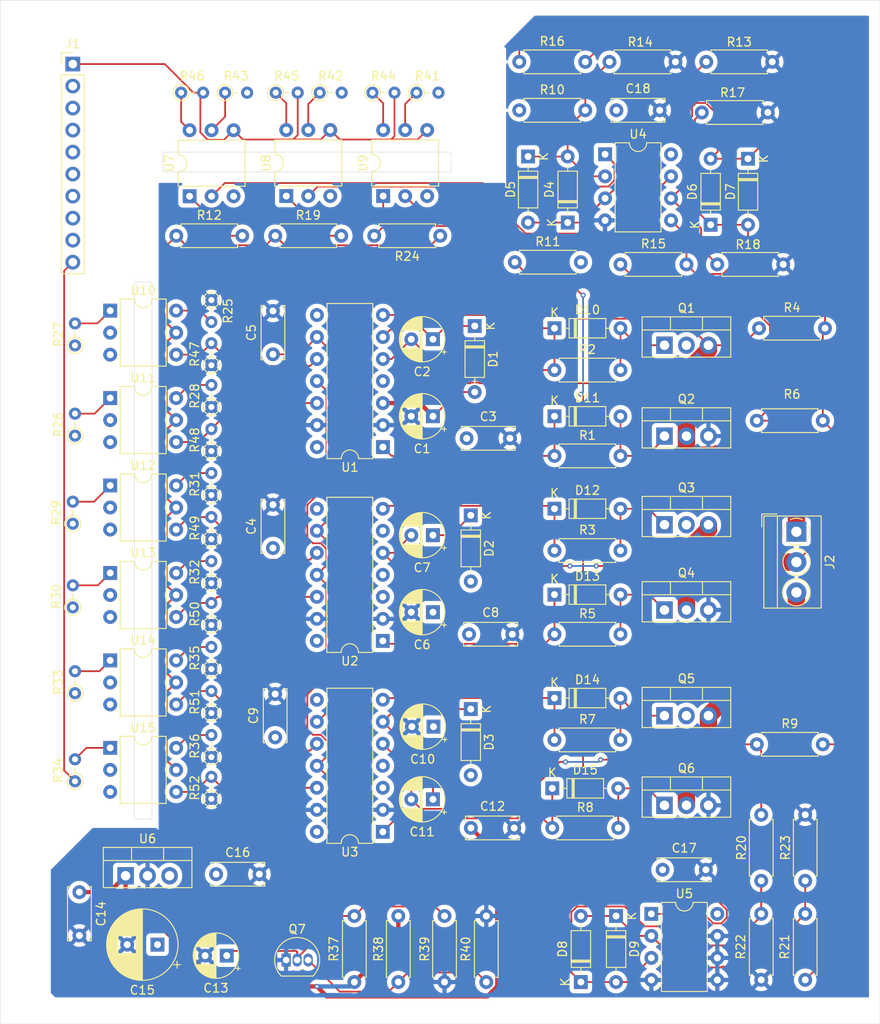
<source format=kicad_pcb>
(kicad_pcb (version 20240108) (generator "pcbnew") (generator_version "8.0")
  (layers (0 "F.Cu" signal) (1 "In1.Cu" power) (2 "In2.Cu" power) (31 "B.Cu" signal) (34 "B.Paste" user) (35 "F.Paste" user) (36 "B.SilkS" user "B.Silkscreen") (37 "F.SilkS" user "F.Silkscreen") (38 "B.Mask" user) (39 "F.Mask" user) (44 "Edge.Cuts" user))
  (net 0 "")
  (net 1 "+12V")
  (net 2 "Net-(D1-K)")
  (net 3 "Net-(D2-K)")
  (net 4 "Net-(D3-K)")
  (net 5 "Net-(D4-K)")
  (net 6 "Net-(D4-A)")
  (net 7 "Net-(D6-K)")
  (net 8 "Net-(D6-A)")
  (net 9 "Net-(D8-K)")
  (net 10 "Net-(D8-A)")
  (net 11 "Net-(D10-A)")
  (net 12 "Net-(D10-K)")
  (net 13 "Net-(D11-K)")
  (net 14 "Net-(D11-A)")
  (net 15 "Net-(D12-K)")
  (net 16 "Net-(D12-A)")
  (net 17 "Net-(D13-A)")
  (net 18 "Net-(D13-K)")
  (net 19 "Net-(D14-A)")
  (net 20 "Net-(D14-K)")
  (net 21 "Net-(D15-K)")
  (net 22 "Net-(D15-A)")
  (net 23 "U")
  (net 24 "GND")
  (net 25 "V")
  (net 26 "W")
  (net 27 "Net-(Q7-B)")
  (net 28 "Net-(R10-Pad1)")
  (net 29 "+5V")
  (net 30 "Net-(R12-Pad2)")
  (net 31 "Net-(R19-Pad2)")
  (net 32 "Net-(R24-Pad2)")
  (net 33 "Net-(R25-Pad2)")
  (net 34 "Net-(R26-Pad2)")
  (net 35 "U_LO")
  (net 36 "Net-(R27-Pad2)")
  (net 37 "U_HI")
  (net 38 "Net-(R28-Pad2)")
  (net 39 "V_HI")
  (net 40 "Net-(R29-Pad2)")
  (net 41 "V_LO")
  (net 42 "Net-(R30-Pad2)")
  (net 43 "Net-(R31-Pad2)")
  (net 44 "Net-(R32-Pad2)")
  (net 45 "Net-(R33-Pad2)")
  (net 46 "W_HI")
  (net 47 "W_LO")
  (net 48 "Net-(R34-Pad2)")
  (net 49 "Net-(R35-Pad2)")
  (net 50 "Net-(R36-Pad2)")
  (net 51 "Net-(R41-Pad1)")
  (net 52 "W_SENSE")
  (net 53 "Net-(R42-Pad1)")
  (net 54 "V_SENSE")
  (net 55 "Net-(R43-Pad1)")
  (net 56 "U_SENSE")
  (net 57 "Net-(R44-Pad1)")
  (net 58 "GND_EXT")
  (net 59 "Net-(R45-Pad1)")
  (net 60 "Net-(R46-Pad1)")
  (net 63 "Net-(U1-HIN)")
  (net 64 "Net-(U1-LIN)")
  (net 67 "Net-(U2-HIN)")
  (net 68 "Net-(U2-LIN)")
  (net 73 "Net-(U3-HIN)")
  (net 74 "Net-(U3-LIN)")
  (net 76 "Net-(U4-Pad7)")
  (net 77 "Net-(U4-Pad1)")
  (net 78 "Net-(U5-Pad1)")
  (net 88 "Net-(Q7-C)")
  (footprint "Resistor_THT:R_Axial_DIN0207_L6.3mm_D2.5mm_P7.62mm_Horizontal" (layer "F.Cu") (at 46.243 52.578)
    (property "Reference" "R12")
    (property "Value" "1k")
  )
  (footprint "Package_DIP:DIP-6_W7.62mm" (layer "F.Cu") (at 47.777 48.021 90)
    (property "Reference" "U7")
    (property "Value" "4N35")
  )
  (footprint "Resistor_THT:R_Axial_DIN0207_L6.3mm_D2.5mm_P7.62mm_Horizontal" (layer "F.Cu") (at 71.882 131.064 -90)
    (property "Reference" "R38")
    (property "Value" "10k")
  )
  (footprint "Diode_THT:D_DO-35_SOD27_P7.62mm_Horizontal" (layer "F.Cu") (at 89.916 105.918)
    (property "Reference" "D14")
    (property "Value" "1N4148")
  )
  (footprint "Resistor_THT:R_Axial_DIN0204_L3.6mm_D1.6mm_P2.54mm_Vertical" (layer "F.Cu") (at 34.29 95.454 90)
    (property "Reference" "R30")
    (property "Value" "1k")
  )
  (footprint "Package_DIP:DIP-6_W7.62mm" (layer "F.Cu") (at 38.608 71.304153)
    (property "Reference" "U11")
    (property "Value" "4N35")
  )
  (footprint "Resistor_THT:R_Axial_DIN0207_L6.3mm_D2.5mm_P7.62mm_Horizontal" (layer "F.Cu") (at 103.886 32.512 180)
    (property "Reference" "R14")
    (property "Value" "100k")
  )
  (footprint "Resistor_THT:R_Axial_DIN0207_L6.3mm_D2.5mm_P7.62mm_Horizontal" (layer "F.Cu") (at 89.916 68.072)
    (property "Reference" "R2")
    (property "Value" "10")
  )
  (footprint "Capacitor_THT:CP_Radial_D8.0mm_P3.50mm" (layer "F.Cu") (at 44.070651 134.366 180)
    (property "Reference" "C15")
    (property "Value" "100u")
  )
  (footprint "Resistor_THT:R_Axial_DIN0204_L3.6mm_D1.6mm_P2.54mm_Vertical" (layer "F.Cu") (at 50.292 107.646 90)
    (property "Reference" "R51")
    (property "Value" "1k")
  )
  (footprint "Capacitor_THT:C_Disc_D6.0mm_W2.5mm_P5.00mm" (layer "F.Cu") (at 97.068 38.1)
    (property "Reference" "C18")
    (property "Value" "100n")
  )
  (footprint "Resistor_THT:R_Axial_DIN0204_L3.6mm_D1.6mm_P2.54mm_Vertical" (layer "F.Cu") (at 50.292 72.34 90)
    (property "Reference" "R28")
    (property "Value" "1M")
  )
  (footprint "Resistor_THT:R_Axial_DIN0204_L3.6mm_D1.6mm_P2.54mm_Vertical" (layer "F.Cu") (at 34.544 115.52 90)
    (property "Reference" "R34")
    (property "Value" "1k")
  )
  (footprint "Capacitor_THT:C_Disc_D6.0mm_W2.5mm_P5.00mm" (layer "F.Cu") (at 80.264 120.904)
    (property "Reference" "C12")
    (property "Value" "100n")
  )
  (footprint "Resistor_THT:R_Axial_DIN0207_L6.3mm_D2.5mm_P7.62mm_Horizontal" (layer "F.Cu") (at 113.792 138.43 90)
    (property "Reference" "R22")
    (property "Value" "100k")
  )
  (footprint "Resistor_THT:R_Axial_DIN0204_L3.6mm_D1.6mm_P2.54mm_Vertical" (layer "F.Cu") (at 50.292 87.58 90)
    (property "Reference" "R49")
    (property "Value" "10k")
  )
  (footprint "Resistor_THT:R_Axial_DIN0207_L6.3mm_D2.5mm_P7.62mm_Horizontal" (layer "F.Cu") (at 113.538 63.246)
    (property "Reference" "R4")
    (property "Value" "10k")
  )
  (footprint "Connector_PinHeader_2.54mm:PinHeader_1x10_P2.54mm_Vertical" (layer "F.Cu") (at 34.29 32.766)
    (property "Reference" "J1")
    (property "Value" "~")
  )
  (footprint "Resistor_THT:R_Axial_DIN0204_L3.6mm_D1.6mm_P2.54mm_Vertical" (layer "F.Cu") (at 73.979 36.068)
    (property "Reference" "R41")
    (property "Value" "470")
  )
  (footprint "Resistor_THT:R_Axial_DIN0207_L6.3mm_D2.5mm_P7.62mm_Horizontal" (layer "F.Cu") (at 113.792 119.38 -90)
    (property "Reference" "R20")
    (property "Value" "100k")
  )
  (footprint "Capacitor_THT:CP_Radial_D5.0mm_P2.50mm" (layer "F.Cu") (at 75.881113 96.012 180)
    (property "Reference" "C6")
    (property "Value" "1u")
  )
  (footprint "Package_DIP:DIP-6_W7.62mm" (layer "F.Cu") (at 58.943 47.996 90)
    (property "Reference" "U8")
    (property "Value" "4N35")
  )
  (footprint "Resistor_THT:R_Axial_DIN0207_L6.3mm_D2.5mm_P7.62mm_Horizontal" (layer "F.Cu") (at 89.916 88.9)
    (property "Reference" "R3")
    (property "Value" "10")
  )
  (footprint "Resistor_THT:R_Axial_DIN0207_L6.3mm_D2.5mm_P7.62mm_Horizontal" (layer "F.Cu") (at 85.852 32.512)
    (property "Reference" "R16")
    (property "Value" "100k")
  )
  (footprint "Capacitor_THT:C_Disc_D6.0mm_W2.5mm_P5.00mm" (layer "F.Cu") (at 35.052 128.31 -90)
    (property "Reference" "C14")
    (property "Value" "100n")
  )
  (footprint "Resistor_THT:R_Axial_DIN0207_L6.3mm_D2.5mm_P7.62mm_Horizontal" (layer "F.Cu") (at 118.872 138.43 90)
    (property "Reference" "R21")
    (property "Value" "100k")
  )
  (footprint "Package_DIP:DIP-14_W7.62mm" (layer "F.Cu") (at 70.094 121.35 180)
    (property "Reference" "U3")
    (property "Value" "IR2110")
  )
  (footprint "Resistor_THT:R_Axial_DIN0204_L3.6mm_D1.6mm_P2.54mm_Vertical" (layer "F.Cu") (at 50.292 102.566 90)
    (property "Reference" "R35")
    (property "Value" "1M")
  )
  (footprint "Resistor_THT:R_Axial_DIN0207_L6.3mm_D2.5mm_P7.62mm_Horizontal" (layer "F.Cu") (at 89.916 77.978)
    (property "Reference" "R1")
    (property "Value" "10")
  )
  (footprint "Diode_THT:D_DO-35_SOD27_P7.62mm_Horizontal" (layer "F.Cu") (at 80.25 84.836 -90)
    (property "Reference" "D2")
    (property "Value" "1N4148")
  )
  (footprint "Resistor_THT:R_Axial_DIN0207_L6.3mm_D2.5mm_P7.62mm_Horizontal" (layer "F.Cu") (at 116.332 55.88 180)
    (property "Reference" "R18")
    (property "Value" "100k")
  )
  (footprint "Resistor_THT:R_Axial_DIN0204_L3.6mm_D1.6mm_P2.54mm_Vertical" (layer "F.Cu") (at 34.544 65.228 90)
    (property "Reference" "R27")
    (property "Value" "1k")
  )
  (footprint "Package_TO_SOT_THT:TO-220-3_Vertical" (layer "F.Cu") (at 102.616 118.293)
    (property "Reference" "Q6")
    (property "Value" "IRF540N")
  )
  (footprint "Diode_THT:D_DO-35_SOD27_P7.62mm_Horizontal" (layer "F.Cu") (at 80.25 107.188 -90)
    (property "Reference" "D3")
    (property "Value" "1N4148")
  )
  (footprint "Capacitor_THT:C_Disc_D6.0mm_W2.5mm_P5.00mm" (layer "F.Cu") (at 79.771113 75.946)
    (property "Reference" "C3")
    (property "Value" "100n")
  )
  (footprint "Resistor_THT:R_Axial_DIN0207_L6.3mm_D2.5mm_P7.62mm_Horizontal" (layer "F.Cu") (at 77.216 131.064 -90)
    (property "Reference" "R39")
    (property "Value" "47k")
  )
  (footprint "Resistor_THT:R_Axial_DIN0207_L6.3mm_D2.5mm_P7.62mm_Horizontal" (layer "F.Cu") (at 57.673 52.578)
    (property "Reference" "R19")
    (property "Value" "1k")
  )
  (footprint "Capacitor_THT:CP_Radial_D5.0mm_P2.50mm" (layer "F.Cu") (at 75.881113 117.602 180)
    (property "Reference" "C11")
    (property "Value" "1u")
  )
  (footprint "Resistor_THT:R_Axial_DIN0204_L3.6mm_D1.6mm_P2.54mm_Vertical" (layer "F.Cu") (at 51.881 36.068)
    (property "Reference" "R43")
    (property "Value" "470")
  )
  (footprint "Capacitor_THT:C_Disc_D6.0mm_W2.5mm_P5.00mm" (layer "F.Cu") (at 57.404 66.254 90)
    (property "Reference" "C5")
    (property "Value" "100n")
  )
  (footprint "Resistor_THT:R_Axial_DIN0204_L3.6mm_D1.6mm_P2.54mm_Vertical" (layer "F.Cu") (at 62.803 36.068)
    (property "Reference" "R42")
    (property "Value" "470")
  )
  (footprint "Resistor_THT:R_Axial_DIN0204_L3.6mm_D1.6mm_P2.54mm_Vertical" (layer "F.Cu") (at 34.29 85.802 90)
    (property "Reference" "R29")
    (property "Value" "1k")
  )
  (footprint "Resistor_THT:R_Axial_DIN0204_L3.6mm_D1.6mm_P2.54mm_Vertical" (layer "F.Cu") (at 50.292 117.552 90)
    (property "Reference" "R52")
    (property "Value" "1k")
  )
  (footprint "Diode_THT:D_DO-35_SOD27_P7.62mm_Horizontal" (layer "F.Cu") (at 92.964 138.684 90)
    (property "Reference" "D8")
    (property "Value" "1N4148")
  )
  (footprint "Resistor_THT:R_Axial_DIN0204_L3.6mm_D1.6mm_P2.54mm_Vertical" (layer "F.Cu") (at 50.292 92.66 90)
    (property "Reference" "R32")
    (property "Value" "1M")
  )
  (footprint "Resistor_THT:R_Axial_DIN0204_L3.6mm_D1.6mm_P2.54mm_Vertical" (layer "F.Cu") (at 34.544 75.642 90)
    (property "Reference" "R26")
    (property "Value" "1k")
  )
  (footprint "Resistor_THT:R_Axial_DIN0207_L6.3mm_D2.5mm_P7.62mm_Horizontal" (layer "F.Cu") (at 97.536 55.88)
    (property "Reference" "R15")
    (property "Value" "100k")
  )
  (footprint "Package_DIP:DIP-6_W7.62mm" (layer "F.Cu") (at 38.608 61.214)
    (property "Reference" "U10")
    (property "Value" "4N35")
  )
  (footprint "Capacitor_THT:CP_Radial_D5.0mm_P2.50mm" (layer "F.Cu") (at 75.881113 73.406 180)
    (property "Reference" "C1")
    (property "Value" "1u")
  )
  (footprint "Resistor_THT:R_Axial_DIN0204_L3.6mm_D1.6mm_P2.54mm_Vertical" (layer "F.Cu") (at 50.292 67.514 90)
    (property "Reference" "R47")
    (property "Value" "1k")
  )
  (footprint "Package_DIP:DIP-6_W7.62mm" (layer "F.Cu") (at 38.608 111.664765)
    (property "Reference" "U15")
    (property "Value" "4N35")
  )
  (footprint "Resistor_THT:R_Axial_DIN0207_L6.3mm_D2.5mm_P7.62mm_Horizontal" (layer "F.Cu") (at 113.284 111.252)
    (property "Reference" "R9")
    (property "Value" "10k")
  )
  (footprint "Capacitor_THT:C_Disc_D6.0mm_W2.5mm_P5.00mm" (layer "F.Cu") (at 50.84 126.238)
    (property "Reference" "C16")
    (property "Value" "100n")
  )
  (footprint "Resistor_THT:R_Axial_DIN0207_L6.3mm_D2.5mm_P7.62mm_Horizontal" (layer "F.Cu") (at 89.916 110.744)
    (property "Reference" "R7")
    (property "Value" "10")
  )
  (footprint "Resistor_THT:R_Axial_DIN0204_L3.6mm_D1.6mm_P2.54mm_Vertical" (layer "F.Cu") (at 46.801 36.068)
    (property "Reference" "R46")
    (property "Value" "1M")
  )
  (footprint "Capacitor_THT:CP_Radial_D5.0mm_P2.50mm" (layer "F.Cu") (at 75.881113 64.516 180)
    (property "Reference" "C2")
    (property "Value" "1u")
  )
  (footprint "Package_DIP:DIP-14_W7.62mm" (layer "F.Cu") (at 70.104 76.962 180)
    (property "Reference" "U1")
    (property "Value" "IR2110")
  )
  (footprint "Diode_THT:D_DO-35_SOD27_P7.62mm_Horizontal" (layer "F.Cu") (at 112.268 43.688 -90)
    (property "Reference" "D7")
    (property "Value" "1N4148")
  )
  (footprint "Capacitor_THT:C_Disc_D6.0mm_W2.5mm_P5.00mm" (layer "F.Cu") (at 57.404 88.606 90)
    (property "Reference" "C4")
    (property "Value" "100n")
  )
  (footprint "Resistor_THT:R_Axial_DIN0204_L3.6mm_D1.6mm_P2.54mm_Vertical" (layer "F.Cu") (at 50.292 97.486 90)
    (property "Reference" "R50")
    (property "Value" "1k")
  )
  (footprint "Diode_THT:D_DO-35_SOD27_P7.62mm_Horizontal" (layer "F.Cu") (at 89.916 93.98)
    (property "Reference" "D13")
    (property "Value" "1N4148")
  )
  (footprint "Capacitor_THT:CP_Radial_D5.0mm_P2.50mm" (layer "F.Cu") (at 75.946 109.22 180)
    (property "Reference" "C10")
    (property "Value" "1u")
  )
  (footprint "Resistor_THT:R_Axial_DIN0207_L6.3mm_D2.5mm_P7.62mm_Horizontal" (layer "F.Cu") (at 85.852 38.1)
    (property "Reference" "R10")
    (property "Value" "100k")
  )
  (footprint "TerminalBlock_MetzConnect:TerminalBlock_MetzConnect_Type059_RT06303HBWC_1x03_P3.50mm_Horizontal" (layer "F.Cu") (at 117.856 86.726 -90)
    (property "Reference" "J2")
    (property "Value" "Motor")
  )
  (footprint "Diode_THT:D_DO-35_SOD27_P7.62mm_Horizontal" (layer "F.Cu") (at 89.916 73.406)
    (property "Reference" "D11")
    (property "Value" "1N4148")
  )
  (footprint "Package_DIP:DIP-14_W7.62mm" (layer "F.Cu") (at 70.094 99.319 180)
    (property "Reference" "U2")
    (property "Value" "IR2110")
  )
  (footprint "Capacitor_THT:C_Disc_D6.0mm_W2.5mm_P5.00mm" (layer "F.Cu") (at 57.658 110.45 90)
    (property "Reference" "C9")
    (property "Value" "100n")
  )
  (footprint "Resistor_THT:R_Axial_DIN0207_L6.3mm_D2.5mm_P7.62mm_Horizontal" (layer "F.Cu") (at 114.554 38.354 180)
    (property "Reference" "R17")
    (property "Value" "100k")
  )
  (footprint "Resistor_THT:R_Axial_DIN0204_L3.6mm_D1.6mm_P2.54mm_Vertical" (layer "F.Cu") (at 50.292 82.5 90)
    (property "Reference" "R31")
    (property "Value" "1M")
  )
  (footprint "Resistor_THT:R_Axial_DIN0204_L3.6mm_D1.6mm_P2.54mm_Vertical" (layer "F.Cu") (at 34.544 105.36 90)
    (property "Reference" "R33")
    (property "Value" "1k")
  )
  (footprint "Resistor_THT:R_Axial_DIN0207_L6.3mm_D2.5mm_P7.62mm_Horizontal" (layer "F.Cu") (at 113.284 73.914)
    (property "Reference" "R6")
    (property "Value" "10k")
  )
  (footprint "Capacitor_THT:C_Disc_D6.0mm_W2.5mm_P5.00mm" (layer "F.Cu") (at 80.05 98.552)
    (property "Reference" "C8")
    (property "Value" "100n")
  )
  (footprint "Resistor_THT:R_Axial_DIN0204_L3.6mm_D1.6mm_P2.54mm_Vertical" (layer "F.Cu") (at 50.292 112.726 90)
    (property "Reference" "R36")
    (property "Value" "1M")
  )
  (footprint "Diode_THT:D_DO-35_SOD27_P7.62mm_Horizontal" (layer "F.Cu") (at 86.868 43.434 -90)
    (property "Reference" "D5")
    (property "Value" "1N4148")
  )
  (footprint "Capacitor_THT:CP_Radial_D5.0mm_P2.50mm" (layer "F.Cu") (at 75.881113 87.122 180)
    (property "Reference" "C7")
    (property "Value" "1u")
  )
  (footprint "Diode_THT:D_DO-35_SOD27_P7.62mm_Horizontal" (layer "F.Cu") (at 91.44 51.054 90)
    (property "Reference" "D4")
    (property "Value" "1N4148")
  )
  (footprint "Resistor_THT:R_Axial_DIN0204_L3.6mm_D1.6mm_P2.54mm_Vertical" (layer "F.Cu") (at 50.292 77.42 90)
    (property "Reference" "R48")
    (property "Value" "1k")
  )
  (footprint "Capacitor_THT:C_Disc_D6.0mm_W2.5mm_P5.00mm" (layer "F.Cu") (at 102.402 125.73)
    (property "Reference" "C17")
    (property "Value" "100n")
  )
  (footprint "Resistor_THT:R_Axial_DIN0207_L6.3mm_D2.5mm_P7.62mm_Horizontal" (layer "F.Cu") (at 89.662 120.904)
    (property "Reference" "R8")
    (property "Value" "10")
  )
  (footprint "Package_TO_SOT_THT:TO-92_Inline" (layer "F.Cu") (at 58.928 136.144)
    (property "Reference" "Q7")
    (property "Value" "2N3904")
  )
  (footprint "Package_DIP:DIP-6_W7.62mm" (layer "F.Cu") (at 38.608 101.574612)
    (property "Reference" "U14")
    (property "Value" "4N35")
  )
  (footprint "Diode_THT:D_DO-35_SOD27_P7.62mm_Horizontal" (layer "F.Cu") (at 89.916 84.074)
    (property "Reference" "D12")
    (property "Value" "1N4148")
  )
  (footprint "Package_DIP:DIP-8_W7.62mm" (layer "F.Cu") (at 95.758 43.18)
    (property "Reference" "U4")
    (property "Value" "LM393")
  )
  (footprint "Package_TO_SOT_THT:TO-220-3_Vertical" (layer "F.Cu") (at 40.386 126.421)
    (property "Reference" "U6")
    (property "Value" "LM7805_TO220")
  )
  (footprint "Resistor_THT:R_Axial_DIN0207_L6.3mm_D2.5mm_P7.62mm_Horizontal" (layer "F.Cu") (at 85.344 55.626)
    (property "Reference" "R11")
    (property "Value" "100k")
  )
  (footprint "Resistor_THT:R_Axial_DIN0207_L6.3mm_D2.5mm_P7.62mm_Horizontal" (layer "F.Cu") (at 82.042 138.684 90)
    (property "Reference" "R40")
    (property "Value" "6.8k")
  )
  (footprint "Package_TO_SOT_THT:TO-220-3_Vertical" (layer "F.Cu") (at 102.616 85.919)
    (property "Reference" "Q3")
    (property "Value" "IRF540N")
  )
  (footprint "Resistor_THT:R_Axial_DIN0207_L6.3mm_D2.5mm_P7.62mm_Horizontal" (layer "F.Cu") (at 115.062 32.512 180)
    (property "Reference" "R13")
    (property "Value" "100k")
  )
  (footprint "Package_DIP:DIP-6_W7.62mm" (layer "F.Cu") (at 70.134 47.996 90)
    (property "Reference" "U9")
    (property "Value" "4N35")
  )
  (footprint "Package_TO_SOT_THT:TO-220-3_Vertical" (layer "F.Cu") (at 102.616 95.758)
    (property "Reference" "Q4")
    (property "Value" "IRF540N")
  )
  (footprint "Diode_THT:D_DO-35_SOD27_P7.62mm_Horizontal" (layer "F.Cu") (at 107.95 51.308 90)
    (property "Reference" "D6")
    (property "Value" "1N4148")
  )
  (footprint "Resistor_THT:R_Axial_DIN0204_L3.6mm_D1.6mm_P2.54mm_Vertical" (layer "F.Cu") (at 50.292 59.994 -90)
    (property "Reference" "R25")
    (property "Value" "1M")
  )
  (footprint "Diode_THT:D_DO-35_SOD27_P7.62mm_Horizontal" (layer "F.Cu") (at 80.707113 62.992 -90)
    (property "Reference" "D1")
    (property "Value" "1N4148")
  )
  (footprint "Package_DIP:DIP-6_W7.62mm" (layer "F.Cu") (at 38.608 81.394306)
    (property "Reference" "U12")
    (property "Value" "4N35")
  )
  (footprint "Package_TO_SOT_THT:TO-220-3_Vertical" (layer "F.Cu") (at 102.616 107.95)
    (property "Reference" "Q5")
    (property "Value" "IRF540N")
  )
  (footprint "Resistor_THT:R_Axial_DIN0204_L3.6mm_D1.6mm_P2.54mm_Vertical" (layer "F.Cu") (at 68.899 36.068)
    (property "Reference" "R44")
    (property "Value" "1M")
  )
  (footprint "Package_TO_SOT_THT:TO-220-3_Vertical" (layer "F.Cu") (at 102.616 75.692)
    (property "Reference" "Q2")
    (property "Value" "IRF540N")
  )
  (footprint "Capacitor_THT:CP_Radial_D5.0mm_P2.50mm" (layer "F.Cu") (at 52.07 135.636 180)
    (property "Reference" "C13")
    (property "Value" "10u")
  )
  (footprint "Package_DIP:DIP-8_W7.62mm" (layer "F.Cu") (at 101.102 130.82)
    (property "Reference" "U5")
    (property "Value" "LM393")
  )
  (footprint "Diode_THT:D_DO-35_SOD27_P7.62mm_Horizontal" (layer "F.Cu") (at 89.662 116.332)
    (property "Reference" "D15")
    (property "Value" "1N4148")
  )
  (footprint "Diode_THT:D_DO-35_SOD27_P7.62mm_Horizontal" (layer "F.Cu") (at 97.028 131.064 -90)
    (property "Reference" "D9")
    (property "Value" "1N4148")
  )
  (footprint "Resistor_THT:R_Axial_DIN0204_L3.6mm_D1.6mm_P2.54mm_Vertical" (layer "F.Cu") (at 57.723 36.068)
    (property "Reference" "R45")
    (property "Value" "1M")
  )
  (footprint "Diode_THT:D_DO-35_SOD27_P7.62mm_Horizontal" (layer "F.Cu") (at 89.916 63.246)
    (property "Reference" "D10")
    (property "Value" "1N4148")
  )
  (footprint "Resistor_THT:R_Axial_DIN0207_L6.3mm_D2.5mm_P7.62mm_Horizontal" (layer "F.Cu") (at 118.872 119.38 -90)
    (property "Reference" "R23")
    (property "Value" "100k")
  )
  (footprint "Package_TO_SOT_THT:TO-220-3_Vertical" (layer "F.Cu") (at 102.616 65.207)
    (property "Reference" "Q1")
    (property "Value" "IRF540N")
  )
  (footprint "Resistor_THT:R_Axial_DIN0207_L6.3mm_D2.5mm_P7.62mm_Horizontal" (layer "F.Cu") (at 89.916 98.552)
    (property "Reference" "R5")
    (property "Value" "10")
  )
  (footprint "Package_DIP:DIP-6_W7.62mm" (layer "F.Cu") (at 38.608 91.484459)
    (property "Reference" "U13")
    (property "Value" "4N35")
  )
  (footprint "Resistor_THT:R_Axial_DIN0207_L6.3mm_D2.5mm_P7.62mm_Horizontal" (layer "F.Cu") (at 76.723 52.578 180)
    (property "Reference" "R24")
    (property "Value" "1k")
  )
  (footprint "Resistor_THT:R_Axial_DIN0207_L6.3mm_D2.5mm_P7.62mm_Horizontal" (layer "F.Cu") (at 66.802 138.684 90)
    (property "Reference" "R37")
    (property "Value" "330k")
  )
  (gr_rect (start 41.402 57.912) (end 43.434 119.888) (stroke (width 0.05)) (fill none) (layer "Edge.Cuts"))
  (gr_rect (start 25.908 25.4) (end 127.508 143.51) (stroke (width 0.05)) (fill none) (layer "Edge.Cuts"))
  (gr_rect (start 44.704 42.926) (end 77.978 45.212) (stroke (width 0.05)) (fill none) (layer "Edge.Cuts"))
  (segment (start 63.626 140.334) (end 82.159767 140.334) (width 0.5) (layer "F.Cu") (net 1))
  (segment (start 78.74 70.612) (end 80.707113 70.612) (width 0.2) (layer "F.Cu") (net 1))
  (segment (start 51.358233 139.192) (end 62.484 139.192) (width 0.5) (layer "F.Cu") (net 1))
  (segment (start 75.946 73.406) (end 78.74 70.612) (width 0.2) (layer "F.Cu") (net 1))
  (segment (start 62.484 139.192) (end 63.626 140.334) (width 0.5) (layer "F.Cu") (net 1))
  (segment (start 38.497 128.31) (end 40.386 126.421) (width 0.5) (layer "F.Cu") (net 1))
  (segment (start 35.052 128.31) (end 38.497 128.31) (width 0.5) (layer "F.Cu") (net 1))
  (segment (start 71.882 131.064) (end 71.882 133.604) (width 0.5) (layer "F.Cu") (net 1))
  (segment (start 70.104 71.882) (end 74.357113 71.882) (width 0.5) (layer "F.Cu") (net 1))
  (segment (start 75.881113 73.406) (end 75.946 73.406) (width 0.2) (layer "F.Cu") (net 1))
  (segment (start 83.312 123.952) (end 80.264 120.904) (width 0.5) (layer "F.Cu") (net 1))
  (segment (start 83.312 139.181767) (end 83.312 123.952) (width 0.5) (layer "F.Cu") (net 1))
  (segment (start 40.386 128.219767) (end 51.358233 139.192) (width 0.5) (layer "F.Cu") (net 1))
  (segment (start 82.159767 140.334) (end 83.312 139.181767) (width 0.5) (layer "F.Cu") (net 1))
  (segment (start 74.357113 71.882) (end 75.881113 73.406) (width 0.5) (layer "F.Cu") (net 1))
  (segment (start 40.386 126.421) (end 40.386 128.219767) (width 0.5) (layer "F.Cu") (net 1))
  (segment (start 71.882 133.604) (end 66.802 138.684) (width 0.5) (layer "F.Cu") (net 1))
  (via (at 62.484 139.192) (size 0.6) (drill 0.3) (layers "F.Cu" "B.Cu") (net 1))
  (segment (start 66.294 139.192) (end 66.802 138.684) (width 0.5) (layer "B.Cu") (net 1))
  (segment (start 62.484 139.192) (end 66.294 139.192) (width 0.5) (layer "B.Cu") (net 1))
  (segment (start 80.707113 62.992) (end 77.405113 62.992) (width 0.2) (layer "F.Cu") (net 2))
  (segment (start 77.405113 62.992) (end 75.881113 64.516) (width 0.2) (layer "F.Cu") (net 2))
  (segment (start 74.781113 63.416) (end 70.95 63.416) (width 0.2) (layer "F.Cu") (net 2))
  (segment (start 75.881113 64.516) (end 74.781113 63.416) (width 0.2) (layer "F.Cu") (net 2))
  (segment (start 70.95 63.416) (end 70.104 64.262) (width 0.2) (layer "F.Cu") (net 2))
  (segment (start 77.964 87.122) (end 80.25 84.836) (width 0.2) (layer "F.Cu") (net 3))
  (segment (start 75.881113 87.122) (end 77.964 87.122) (width 0.2) (layer "F.Cu") (net 3))
  (segment (start 75.881113 117.602) (end 75.881113 114.437113) (width 0.2) (layer "F.Cu") (net 4))
  (segment (start 70.094 108.65) (end 71.556 107.188) (width 0.2) (layer "F.Cu") (net 4))
  (segment (start 71.556 107.188) (end 80.25 107.188) (width 0.2) (layer "F.Cu") (net 4))
  (segment (start 75.881113 114.437113) (end 70.094 108.65) (width 0.2) (layer "F.Cu") (net 4))
  (segment (start 95.758 48.26) (end 105.41 38.608) (width 0.2) (layer "F.Cu") (net 5))
  (segment (start 91.44 51.054) (end 86.868 51.054) (width 0.2) (layer "F.Cu") (net 5))
  (segment (start 105.41 34.544) (end 107.442 32.512) (width 0.2) (layer "F.Cu") (net 5))
  (segment (start 91.44 51.054) (end 92.964 51.054) (width 0.2) (layer "F.Cu") (net 5))
  (segment (start 92.964 51.054) (end 95.758 48.26) (width 0.2) (layer "F.Cu") (net 5))
  (segment (start 105.41 38.608) (end 105.41 34.544) (width 0.2) (layer "F.Cu") (net 5))
  (segment (start 91.44 40.132) (end 93.472 38.1) (width 0.2) (layer "F.Cu") (net 6))
  (segment (start 86.868 43.434) (end 91.44 43.434) (width 0.2) (layer "F.Cu") (net 6))
  (segment (start 91.44 43.434) (end 91.44 40.132) (width 0.2) (layer "F.Cu") (net 6))
  (segment (start 93.472 38.1) (end 93.472 35.306) (width 0.2) (layer "F.Cu") (net 6))
  (segment (start 95.758 45.72) (end 93.726 45.72) (width 0.2) (layer "F.Cu") (net 6))
  (segment (start 93.472 35.306) (end 96.266 32.512) (width 0.2) (layer "F.Cu") (net 6))
  (segment (start 93.726 45.72) (end 91.44 43.434) (width 0.2) (layer "F.Cu") (net 6))
  (segment (start 106.134001 49.492001) (end 106.134001 39.153999) (width 0.2) (layer "F.Cu") (net 7))
  (segment (start 105.156 52.578) (end 103.378 50.8) (width 0.2) (layer "F.Cu") (net 7))
  (segment (start 112.268 54.102) (end 112.268 51.308) (width 0.2) (layer "F.Cu") (net 7))
  (segment (start 105.156 55.88) (end 105.156 52.578) (width 0.2) (layer "F.Cu") (net 7))
  (segment (start 107.95 51.308) (end 112.268 51.308) (width 0.2) (layer "F.Cu") (net 7))
  (segment (start 106.256 56.98) (end 109.39 56.98) (width 0.2) (layer "F.Cu") (net 7))
  (segment (start 109.39 56.98) (end 112.268 54.102) (width 0.2) (layer "F.Cu") (net 7))
  (segment (start 105.156 55.88) (end 106.256 56.98) (width 0.2) (layer "F.Cu") (net 7))
  (segment (start 106.134001 39.153999) (end 106.934 38.354) (width 0.2) (layer "F.Cu") (net 7))
  (segment (start 103.378 50.8) (end 103.124 50.8) (width 0.2) (layer "F.Cu") (net 7))
  (segment (start 107.95 51.308) (end 106.134001 49.492001) (width 0.2) (layer "F.Cu") (net 7))
  (segment (start 107.95 43.688) (end 108.749999 42.888001) (width 0.2) (layer "F.Cu") (net 8))
  (segment (start 116.84 30.48) (end 116.84 39.116) (width 0.2) (layer "F.Cu") (net 8))
  (segment (start 116.84 39.116) (end 112.268 43.688) (width 0.2) (layer "F.Cu") (net 8))
  (segment (start 107.389635 37.254) (end 106.256 37.254) (width 0.2) (layer "F.Cu") (net 8))
  (segment (start 105.556 46.082) (end 103.378 48.26) (width 0.2) (layer "F.Cu") (net 8))
  (segment (start 108.712 55.88) (end 106.85 54.018) (width 0.2) (layer "F.Cu") (net 8))
  (segment (start 106.85 51.732) (end 103.378 48.26) (width 0.2) (layer "F.Cu") (net 8))
  (segment (start 105.81 37.7) (end 105.81 38.773686) (width 0.2) (layer "F.Cu") (net 8))
  (segment (start 95.504 30.48) (end 116.84 30.48) (width 0.2) (layer "F.Cu") (net 8))
  (segment (start 105.556 39.027686) (end 105.556 46.082) (width 0.2) (layer "F.Cu") (net 8))
  (segment (start 106.85 54.018) (end 106.85 51.732) (width 0.2) (layer "F.Cu") (net 8))
  (segment (start 108.749999 42.888001) (end 108.749999 38.614364) (width 0.2) (layer "F.Cu") (net 8))
  (segment (start 105.81 38.773686) (end 105.556 39.027686) (width 0.2) (layer "F.Cu") (net 8))
  (segment (start 108.749999 38.614364) (end 107.389635 37.254) (width 0.2) (layer "F.Cu") (net 8))
  (segment (start 106.256 37.254) (end 105.81 37.7) (width 0.2) (layer "F.Cu") (net 8))
  (segment (start 107.95 43.688) (end 112.268 43.688) (width 0.2) (layer "F.Cu") (net 8))
  (segment (start 93.472 32.512) (end 95.504 30.48) (width 0.2) (layer "F.Cu") (net 8))
  (segment (start 98.046 129.964) (end 92.508365 129.964) (width 0.2) (layer "F.Cu") (net 9))
  (segment (start 98.318 138.684) (end 101.102 135.9) (width 0.2) (layer "F.Cu") (net 9))
  (segment (start 97.028 138.684) (end 98.318 138.684) (width 0.2) (layer "F.Cu") (net 9))
  (segment (start 107.79 134.46) (end 110.396 134.46) (width 0.2) (layer "F.Cu") (net 9))
  (segment (start 91.864 137.584) (end 92.964 138.684) (width 0.2) (layer "F.Cu") (net 9))
  (segment (start 105.59 132.26) (end 100.342 132.26) (width 0.2) (layer "F.Cu") (net 9))
  (segment (start 92.508365 129.964) (end 91.864 130.608365) (width 0.2) (layer "F.Cu") (net 9))
  (segment (start 113.792 130.81) (end 113.792 127) (width 0.2) (layer "F.Cu") (net 9))
  (segment (start 105.59 132.26) (end 107.79 134.46) (width 0.2) (layer "F.Cu") (net 9))
  (segment (start 100.342 132.26) (end 98.046 129.964) (width 0.2) (layer "F.Cu") (net 9))
  (segment (start 113.792 131.064) (end 113.792 127) (width 0.2) (layer "F.Cu") (net 9))
  (segment (start 91.864 130.608365) (end 91.864 137.584) (width 0.2) (layer "F.Cu") (net 9))
  (segment (start 110.396 134.46) (end 113.792 131.064) (width 0.2) (layer "F.Cu") (net 9))
  (segment (start 92.964 138.684) (end 97.028 138.684) (width 0.2) (layer "F.Cu") (net 9))
  (segment (start 109.177635 137) (end 104.742 137) (width 0.2) (layer "F.Cu") (net 10))
  (segment (start 118.872 127) (end 118.872 130.81) (width 0.2) (layer "F.Cu") (net 10))
  (segment (start 97.028 131.064) (end 92.964 131.064) (width 0.2) (layer "F.Cu") (net 10))
  (segment (start 109.271635 136.906) (end 109.177635 137) (width 0.2) (layer "F.Cu") (net 10))
  (segment (start 118.872 130.81) (end 112.776 136.906) (width 0.2) (layer "F.Cu") (net 10))
  (segment (start 112.776 136.906) (end 109.271635 136.906) (width 0.2) (layer "F.Cu") (net 10))
  (segment (start 104.742 137) (end 101.102 133.36) (width 0.2) (layer "F.Cu") (net 10))
  (segment (start 101.102 133.36) (end 99.324 133.36) (width 0.2) (layer "F.Cu") (net 10))
  (segment (start 99.324 133.36) (end 97.028 131.064) (width 0.2) (layer "F.Cu") (net 10))
  (segment (start 97.536 63.246) (end 97.536 68.072) (width 0.2) (layer "F.Cu") (net 11))
  (segment (start 99.497 65.207) (end 97.536 63.246) (width 0.2) (layer "F.Cu") (net 11))
  (segment (start 102.616 65.207) (end 99.497 65.207) (width 0.2) (layer "F.Cu") (net 11))
  (segment (start 87.63 67.056) (end 87.63 62.23) (width 0.2) (layer "F.Cu") (net 12))
  (segment (start 89.916 63.246) (end 88.646 63.246) (width 0.2) (layer "F.Cu") (net 12))
  (segment (start 87.63 62.23) (end 87.122 61.722) (width 0.2) (layer "F.Cu") (net 12))
  (segment (start 87.122 61.722) (end 70.104 61.722) (width 0.2) (layer "F.Cu") (net 12))
  (segment (start 89.916 68.072) (end 89.916 63.246) (width 0.2) (layer "F.Cu") (net 12))
  (segment (start 89.916 68.072) (end 88.646 68.072) (width 0.2) (layer "F.Cu") (net 12))
  (segment (start 88.646 63.246) (end 87.122 61.722) (width 0.2) (layer "F.Cu") (net 12))
  (segment (start 88.646 68.072) (end 87.63 67.056) (width 0.2) (layer "F.Cu") (net 12))
  (segment (start 71.12 77.978) (end 70.104 76.962) (width 0.2) (layer "F.Cu") (net 13))
  (segment (start 89.916 77.978) (end 71.12 77.978) (width 0.2) (layer "F.Cu") (net 13))
  (segment (start 89.916 77.978) (end 89.916 73.406) (width 0.2) (layer "F.Cu") (net 13))
  (segment (start 97.536 77.978) (end 97.536 73.406) (width 0.2) (layer "F.Cu") (net 14))
  (segment (start 100.584 77.978) (end 97.536 77.978) (width 0.2) (layer "F.Cu") (net 14))
  (segment (start 100.584 77.978) (end 102.87 75.692) (width 0.2) (layer "F.Cu") (net 14))
  (segment (start 89.578 83.736) (end 70.437 83.736) (width 0.2) (layer "F.Cu") (net 15))
  (segment (start 89.916 84.074) (end 89.578 83.736) (width 0.2) (layer "F.Cu") (net 15))
  (segment (start 89.916 88.9) (end 89.916 84.074) (width 0.2) (layer "F.Cu") (net 15))
  (segment (start 70.437 83.736) (end 70.094 84.079) (width 0.2) (layer "F.Cu") (net 15))
  (segment (start 97.536 84.074) (end 100.771 84.074) (width 0.2) (layer "F.Cu") (net 16))
  (segment (start 97.536 88.9) (end 97.536 84.074) (width 0.2) (layer "F.Cu") (net 16))
  (segment (start 100.771 84.074) (end 102.616 85.919) (width 0.2) (layer "F.Cu") (net 16))
  (segment (start 97.536 98.552) (end 97.536 93.98) (width 0.2) (layer "F.Cu") (net 17))
  (segment (start 97.536 93.98) (end 100.838 93.98) (width 0.2) (layer "F.Cu") (net 17))
  (segment (start 100.838 93.98) (end 102.616 95.758) (width 0.2) (layer "F.Cu") (net 17))
  (segment (start 89.916 98.552) (end 89.916 93.98) (width 0.2) (layer "F.Cu") (net 18))
  (segment (start 88.816 99.652) (end 70.427 99.652) (width 0.2) (layer "F.Cu") (net 18))
  (segment (start 89.916 98.552) (end 88.816 99.652) (width 0.2) (layer "F.Cu") (net 18))
  (segment (start 70.427 99.652) (end 70.094 99.319) (width 0.2) (layer "F.Cu") (net 18))
  (segment (start 97.536 110.744) (end 97.536 105.918) (width 0.2) (layer "F.Cu") (net 19))
  (segment (start 99.568 107.95) (end 97.536 105.918) (width 0.2) (layer "F.Cu") (net 19))
  (segment (start 102.616 107.95) (end 99.568 107.95) (width 0.2) (layer "F.Cu") (net 19))
  (segment (start 89.916 105.918) (end 70.286 105.918) (width 0.2) (layer "F.Cu") (net 20))
  (segment (start 89.916 110.744) (end 89.916 105.918) (width 0.2) (layer "F.Cu") (net 20))
  (segment (start 70.286 105.918) (end 70.094 106.11) (width 0.2) (layer "F.Cu") (net 20))
  (segment (start 70.094 121.35) (end 71.64 119.804) (width 0.2) (layer "F.Cu") (net 21))
  (segment (start 89.662 120.904) (end 89.662 116.332) (width 0.2) (layer "F.Cu") (net 21))
  (segment (start 71.64 119.804) (end 88.562 119.804) (width 0.2) (layer "F.Cu") (net 21))
  (segment (start 88.562 119.804) (end 89.662 120.904) (width 0.2) (layer "F.Cu") (net 21))
  (segment (start 97.282 120.904) (end 97.282 116.332) (width 0.2) (layer "F.Cu") (net 22))
  (segment (start 97.282 116.332) (end 100.655 116.332) (width 0.2) (layer "F.Cu") (net 22))
  (segment (start 100.655 116.332) (end 102.616 118.293) (width 0.2) (layer "F.Cu") (net 22))
  (segment (start 113.538 63.246) (end 111.577 65.207) (width 0.2) (layer "F.Cu") (net 23))
  (segment (start 85.344 55.626) (end 91.864 62.146) (width 0.2) (layer "F.Cu") (net 23))
  (segment (start 80.251478 69.512) (end 80.167478 69.596) (width 0.2) (layer "F.Cu") (net 23))
  (segment (start 73.381113 64.516) (end 71.095113 66.802) (width 0.2) (layer "F.Cu") (net 23))
  (segment (start 71.095113 66.802) (end 70.104 66.802) (width 0.2) (layer "F.Cu") (net 23))
  (segment (start 81.246748 69.596) (end 81.162748 69.512) (width 0.2) (layer "F.Cu") (net 23))
  (segment (start 81.162748 69.512) (end 80.251478 69.512) (width 0.2) (layer "F.Cu") (net 23))
  (segment (start 103.307 69.596) (end 81.246748 69.596) (width 0.2) (layer "F.Cu") (net 23))
  (segment (start 105.156 68.298595) (end 107.696 65.758595) (width 2) (layer "F.Cu") (net 23))
  (segment (start 111.577 65.207) (end 107.696 65.207) (width 0.2) (layer "F.Cu") (net 23))
  (segment (start 108.587595 77.892) (end 105.872 77.892) (width 2) (layer "F.Cu") (net 23))
  (segment (start 107.696 65.207) (end 103.307 69.596) (width 0.2) (layer "F.Cu") (net 23))
  (segment (start 78.461113 69.596) (end 73.381113 64.516) (width 0.2) (layer "F.Cu") (net 23))
  (segment (start 105.156 75.692) (end 105.156 68.298595) (width 2) (layer "F.Cu") (net 23))
  (segment (start 105.156 77.176) (end 105.156 74.93) (width 2) (layer "F.Cu") (net 23))
  (segment (start 91.864 62.146) (end 104.635 62.146) (width 0.2) (layer "F.Cu") (net 23))
  (segment (start 115.255522 77.724) (end 108.755595 77.724) (width 2) (layer "F.Cu") (net 23))
  (segment (start 104.635 62.146) (end 107.696 65.207) (width 0.2) (layer "F.Cu") (net 23))
  (segment (start 117.856 80.324478) (end 115.255522 77.724) (width 2) (layer "F.Cu") (net 23))
  (segment (start 107.696 65.758595) (end 107.696 65.207) (width 2) (layer "F.Cu") (net 23))
  (segment (start 105.872 77.892) (end 105.156 77.176) (width 2) (layer "F.Cu") (net 23))
  (segment (start 117.856 86.726) (end 117.856 80.324478) (width 2) (layer "F.Cu") (net 23))
  (segment (start 80.167478 69.596) (end 78.461113 69.596) (width 0.2) (layer "F.Cu") (net 23))
  (segment (start 108.755595 77.724) (end 108.587595 77.892) (width 2) (layer "F.Cu") (net 23))
  (segment (start 116.078 73.914) (end 120.504 78.34) (width 0.2) (layer "F.Cu") (net 25))
  (segment (start 94.742 90.678) (end 104.648 90.678) (width 0.2) (layer "F.Cu") (net 25))
  (segment (start 117.856 90.226) (end 106.371405 90.226) (width 2) (layer "F.Cu") (net 25))
  (segment (start 120.504 87.578) (end 117.856 90.226) (width 0.2) (layer "F.Cu") (net 25))
  (segment (start 106.371405 90.226) (end 105.156 89.010595) (width 2) (layer "F.Cu") (net 25))
  (segment (start 105.156 89.010595) (end 107.696 86.470595) (width 2) (layer "F.Cu") (net 25))
  (segment (start 114.808 62.960365) (end 114.808 72.39) (width 0.2) (layer "F.Cu") (net 25))
  (segment (start 97.536 55.88) (end 103.402 61.746) (width 0.2) (layer "F.Cu") (net 25))
  (segment (start 107.696 86.470595) (end 107.696 85.919) (width 2) (layer "F.Cu") (net 25))
  (segment (start 113.284 73.914) (end 116.078 73.914) (width 0.2) (layer "F.Cu") (net 25))
  (segment (start 71.344113 89.159) (end 73.381113 87.122) (width 0.2) (layer "F.Cu") (net 25))
  (segment (start 104.648 90.678) (end 105.156 90.17) (width 0.2) (layer "F.Cu") (net 25))
  (segment (start 114.808 72.39) (end 113.284 73.914) (width 0.2) (layer "F.Cu") (net 25))
  (segment (start 113.593635 61.746) (end 114.808 62.960365) (width 0.2) (layer "F.Cu") (net 25))
  (segment (start 120.504 78.34) (end 120.504 87.578) (width 0.2) (layer "F.Cu") (net 25))
  (segment (start 103.402 61.746) (end 113.593635 61.746) (width 0.2) (layer "F.Cu") (net 25))
  (segment (start 105.156 95.758) (end 105.156 90.17) (width 2) (layer "F.Cu") (net 25))
  (segment (start 70.094 89.159) (end 71.344113 89.159) (width 0.2) (layer "F.Cu") (net 25))
  (segment (start 70.094 89.159) (end 71.613 90.678) (width 0.2) (layer "F.Cu") (net 25))
  (segment (start 105.156 90.17) (end 105.156 89.010595) (width 2) (layer "F.Cu") (net 25))
  (segment (start 71.613 90.678) (end 91.694 90.678) (width 0.2) (layer "F.Cu") (net 25))
  (via (at 91.694 90.678) (size 0.6) (drill 0.3) (layers "F.Cu" "B.Cu") (net 25))
  (via (at 94.742 90.678) (size 0.6) (drill 0.3) (layers "F.Cu" "B.Cu") (net 25))
  (segment (start 91.694 90.678) (end 94.742 90.678) (width 0.2) (layer "B.Cu") (net 25))
  (segment (start 113.792 111.252) (end 109.474 111.252) (width 0.2) (layer "F.Cu") (net 26))
  (segment (start 73.381113 114.477113) (end 70.094 111.19) (width 0.2) (layer "F.Cu") (net 26))
  (segment (start 73.381113 117.602) (end 73.381113 114.477113) (width 0.2) (layer "F.Cu") (net 26))
  (segment (start 95.25 113.03) (end 102.616 113.03) (width 0.2) (layer "F.Cu") (net 26))
  (segment (start 90.51 113.284) (end 91.186 113.284) (width 0.2) (layer "F.Cu") (net 26))
  (segment (start 113.284 111.506) (end 113.792 112.014) (width 0.2) (layer "F.Cu") (net 26))
  (segment (start 113.792 112.014) (end 113.792 119.38) (width 0.2) (layer "F.Cu") (net 26))
  (segment (start 117.856 93.726) (end 117.856 97.79) (width 2) (layer "F.Cu") (net 26))
  (segment (start 105.156 118.293) (end 105.156 115.57) (width 2) (layer "F.Cu") (net 26))
  (segment (start 113.284 111.252) (end 113.284 111.506) (width 0.2) (layer "F.Cu") (net 26))
  (segment (start 74.481113 118.702) (end 85.092 118.702) (width 0.2) (layer "F.Cu") (net 26))
  (segment (start 85.092 118.702) (end 90.51 113.284) (width 0.2) (layer "F.Cu") (net 26))
  (segment (start 117.856 97.79) (end 107.696 107.95) (width 2) (layer "F.Cu") (net 26))
  (segment (start 107.696 113.03) (end 107.696 107.95) (width 2) (layer "F.Cu") (net 26))
  (segment (start 73.381113 117.602) (end 74.481113 118.702) (width 0.2) (layer "F.Cu") (net 26))
  (segment (start 105.156 115.57) (end 107.696 113.03) (width 2) (layer "F.Cu") (net 26))
  (segment (start 102.616 113.03) (end 105.156 115.57) (width 0.2) (layer "F.Cu") (net 26))
  (segment (start 109.474 111.252) (end 107.696 113.03) (width 0.2) (layer "F.Cu") (net 26))
  (via (at 95.25 113.03) (size 0.6) (drill 0.3) (layers "F.Cu" "B.Cu") (net 26))
  (via (at 91.186 113.284) (size 0.6) (drill 0.3) (layers "F.Cu" "B.Cu") (net 26))
  (segment (start 91.186 113.284) (end 94.996 113.284) (width 0.2) (layer "B.Cu") (net 26))
  (segment (start 94.996 113.284) (end 95.25 113.03) (width 0.2) (layer "B.Cu") (net 26))
  (segment (start 60.198 135.194) (end 60.198 136.144) (width 0.2) (layer "F.Cu") (net 27))
  (segment (start 66.802 131.064) (end 65.053 131.064) (width 0.2) (layer "F.Cu") (net 27))
  (segment (start 52.07 135.636) (end 52.612 135.094) (width 0.2) (layer "F.Cu") (net 27))
  (segment (start 67.902 129.964) (end 76.116 129.964) (width 0.2) (layer "F.Cu") (net 27))
  (segment (start 52.612 135.094) (end 60.098 135.094) (width 0.2) (layer "F.Cu") (net 27))
  (segment (start 76.116 129.964) (end 77.216 131.064) (width 0.2) (layer "F.Cu") (net 27))
  (segment (start 60.198 135.919) (end 60.198 136.144) (width 0.2) (layer "F.Cu") (net 27))
  (segment (start 66.802 131.064) (end 67.902 129.964) (width 0.2) (layer "F.Cu") (net 27))
  (segment (start 60.098 135.094) (end 60.198 135.194) (width 0.2) (layer "F.Cu") (net 27))
  (segment (start 65.053 131.064) (end 60.198 135.919) (width 0.2) (layer "F.Cu") (net 27))
  (segment (start 85.852 31.242) (end 85.852 32.512) (width 0.2) (layer "F.Cu") (net 28))
  (segment (start 120.904 63.5) (end 121.158 63.246) (width 0.2) (layer "F.Cu") (net 28))
  (segment (start 122.936 134.366) (end 122.936 109.22) (width 0.2) (layer "F.Cu") (net 28))
  (segment (start 122.936 109.22) (end 122.936 75.946) (width 0.2) (layer "F.Cu") (net 28))
  (segment (start 120.904 73.914) (end 120.904 63.5) (width 0.2) (layer "F.Cu") (net 28))
  (segment (start 118.872 138.43) (end 122.936 134.366) (width 0.2) (layer "F.Cu") (net 28))
  (segment (start 122.936 111.252) (end 122.936 109.22) (width 0.2) (layer "F.Cu") (net 28))
  (segment (start 121.158 56.388) (end 120.142 55.372) (width 0.2) (layer "F.Cu") (net 28))
  (segment (start 88.138 28.956) (end 85.852 31.242) (width 0.2) (layer "F.Cu") (net 28))
  (segment (start 121.158 63.246) (end 121.158 56.388) (width 0.2) (layer "F.Cu") (net 28))
  (segment (start 116.586 28.956) (end 88.138 28.956) (width 0.2) (layer "F.Cu") (net 28))
  (segment (start 120.142 32.512) (end 116.586 28.956) (width 0.2) (layer "F.Cu") (net 28))
  (segment (start 120.142 55.372) (end 120.142 32.512) (width 0.2) (layer "F.Cu") (net 28))
  (segment (start 122.936 75.946) (end 120.904 73.914) (width 0.2) (layer "F.Cu") (net 28))
  (segment (start 120.904 111.252) (end 122.936 111.252) (width 0.2) (layer "F.Cu") (net 28))
  (segment (start 46.228 73.844153) (end 45.128 74.944153) (width 0.2) (layer "F.Cu") (net 29))
  (segment (start 56.573 53.678) (end 57.673 52.578) (width 0.2) (layer "F.Cu") (net 29))
  (segment (start 46.228 83.934306) (end 45.128 85.034306) (width 0.2) (layer "F.Cu") (net 29))
  (segment (start 47.343 53.678) (end 56.573 53.678) (width 0.2) (layer "F.Cu") (net 29))
  (segment (start 63.984 65.762) (end 63.984 85.109) (width 0.2) (layer "F.Cu") (net 29))
  (segment (start 45.128 103.014612) (end 46.228 104.114612) (width 0.2) (layer "F.Cu") (net 29))
  (segment (start 75.623 53.678) (end 76.723 52.578) (width 0.2) (layer "F.Cu") (net 29))
  (segment (start 45.128 113.104765) (end 46.228 114.204765) (width 0.2) (layer "F.Cu") (net 29))
  (segment (start 45.128 92.924459) (end 46.228 94.024459) (width 0.2) (layer "F.Cu") (net 29))
  (segment (start 57.673 52.578) (end 58.773 53.678) (width 0.2) (layer "F.Cu") (net 29))
  (segment (start 63.984 85.109) (end 62.474 86.619) (width 0.2) (layer "F.Cu") (net 29))
  (segment (start 62.484 64.262) (end 63.984 65.762) (width 0.2) (layer "F.Cu") (net 29))
  (segment (start 45.128 105.214612) (end 45.128 113.104765) (width 0.2) (layer "F.Cu") (net 29))
  (segment (start 45.128 62.654) (end 46.228 63.754) (width 0.2) (layer "F.Cu") (net 29))
  (segment (start 46.243 52.578) (end 47.343 53.678) (width 0.2) (layer "F.Cu") (net 29))
  (segment (start 46.228 104.114612) (end 45.128 105.214612) (width 0.2) (layer "F.Cu") (net 29))
  (segment (start 45.128 85.034306) (end 45.128 92.924459) (width 0.2) (layer "F.Cu") (net 29))
  (segment (start 62.474 86.619) (end 63.974 88.119) (width 0.2) (layer "F.Cu") (net 29))
  (segment (start 60.492 66.254) (end 62.484 64.262) (width 0.2) (layer "F.Cu") (net 29))
  (segment (start 63.974 88.119) (end 63.974 107.217) (width 0.2) (layer "F.Cu") (net 29))
  (segment (start 45.128 82.834306) (end 46.228 83.934306) (width 0.2) (layer "F.Cu") (net 29))
  (segment (start 46.243 52.578) (end 45.128 53.693) (width 0.2) (layer "F.Cu") (net 29))
  (segment (start 45.128 74.944153) (end 45.128 82.834306) (width 0.2) (layer "F.Cu") (net 29))
  (segment (start 57.404 66.254) (end 60.492 66.254) (width 0.2) (layer "F.Cu") (net 29))
  (segment (start 58.773 53.678) (end 75.623 53.678) (width 0.2) (layer "F.Cu") (net 29))
  (segment (start 46.228 94.024459) (end 45.128 95.124459) (width 0.2) (layer "F.Cu") (net 29))
  (segment (start 45.128 95.124459) (end 45.128 103.014612) (width 0.2) (layer "F.Cu") (net 29))
  (segment (start 46.228 63.754) (end 45.128 64.854) (width 0.2) (layer "F.Cu") (net 29))
  (segment (start 45.128 53.693) (end 45.128 62.654) (width 0.2) (layer "F.Cu") (net 29))
  (segment (start 63.974 107.217) (end 62.474 108.717) (width 0.2) (layer "F.Cu") (net 29))
  (segment (start 45.128 72.744153) (end 46.228 73.844153) (width 0.2) (layer "F.Cu") (net 29))
  (segment (start 45.128 64.854) (end 45.128 72.744153) (width 0.2) (layer "F.Cu") (net 29))
  (segment (start 52.334 52.578) (end 53.863 52.578) (width 0.2) (layer "F.Cu") (net 30))
  (segment (start 47.777 48.021) (end 52.334 52.578) (width 0.2) (layer "F.Cu") (net 30))
  (segment (start 58.943 47.996) (end 63.525 52.578) (width 0.2) (layer "F.Cu") (net 31))
  (segment (start 63.525 52.578) (end 65.293 52.578) (width 0.2) (layer "F.Cu") (net 31))
  (segment (start 70.134 47.996) (end 70.134 51.547) (width 0.2) (layer "F.Cu") (net 32))
  (segment (start 70.134 51.547) (end 69.103 52.578) (width 0.2) (layer "F.Cu") (net 32))
  (segment (start 50.292 62.534) (end 48.972 61.214) (width 0.2) (layer "F.Cu") (net 33))
  (segment (start 48.972 61.214) (end 46.228 61.214) (width 0.2) (layer "F.Cu") (net 33))
  (segment (start 36.810153 73.102) (end 38.608 71.304153) (width 0.2) (layer "F.Cu") (net 34))
  (segment (start 34.544 73.102) (end 36.810153 73.102) (width 0.2) (layer "F.Cu") (net 34))
  (segment (start 37.134 62.688) (end 38.608 61.214) (width 0.2) (layer "F.Cu") (net 36))
  (segment (start 34.544 62.688) (end 37.134 62.688) (width 0.2) (layer "F.Cu") (net 36))
  (segment (start 50.292 69.8) (end 47.732153 69.8) (width 0.2) (layer "F.Cu") (net 38))
  (segment (start 47.732153 69.8) (end 46.228 71.304153) (width 0.2) (layer "F.Cu") (net 38))
  (segment (start 36.740306 83.262) (end 38.608 81.394306) (width 0.2) (layer "F.Cu") (net 40))
  (segment (start 34.29 83.262) (end 36.740306 83.262) (width 0.2) (layer "F.Cu") (net 40))
  (segment (start 37.178459 92.914) (end 38.608 91.484459) (width 0.2) (layer "F.Cu") (net 42))
  (segment (start 34.29 92.914) (end 37.178459 92.914) (width 0.2) (layer "F.Cu") (net 42))
  (segment (start 50.292 79.96) (end 47.662306 79.96) (width 0.2) (layer "F.Cu") (net 43))
  (segment (start 47.662306 79.96) (end 46.228 81.394306) (width 0.2) (layer "F.Cu") (net 43))
  (segment (start 47.592459 90.12) (end 46.228 91.484459) (width 0.2) (layer "F.Cu") (net 44))
  (segment (start 50.292 90.12) (end 47.592459 90.12) (width 0.2) (layer "F.Cu") (net 44))
  (segment (start 34.544 102.82) (end 37.362612 102.82) (width 0.2) (layer "F.Cu") (net 45))
  (segment (start 37.362612 102.82) (end 38.608 101.574612) (width 0.2) (layer "F.Cu") (net 45))
  (segment (start 34.544 115.52) (end 33.29 114.266) (width 0.2) (layer "F.Cu") (net 47))
  (segment (start 33.29 114.266) (end 33.29 56.626) (width 0.2) (layer "F.Cu") (net 47))
  (segment (start 33.29 56.626) (end 34.29 55.626) (width 0.2) (layer "F.Cu") (net 47))
  (segment (start 34.544 112.98) (end 35.859235 111.664765) (width 0.2) (layer "F.Cu") (net 48))
  (segment (start 35.859235 111.664765) (end 38.608 111.664765) (width 0.2) (layer "F.Cu") (net 48))
  (segment (start 47.776612 100.026) (end 46.228 101.574612) (width 0.2) (layer "F.Cu") (net 49))
  (segment (start 50.292 100.026) (end 47.776612 100.026) (width 0.2) (layer "F.Cu") (net 49))
  (segment (start 47.706765 110.186) (end 46.228 111.664765) (width 0.2) (layer "F.Cu") (net 50))
  (segment (start 50.292 110.186) (end 47.706765 110.186) (width 0.2) (layer "F.Cu") (net 50))
  (segment (start 72.674 37.373) (end 72.674 40.376) (width 0.2) (layer "F.Cu") (net 51))
  (segment (start 73.979 36.068) (end 72.674 37.373) (width 0.2) (layer "F.Cu") (net 51))
  (segment (start 62.803 36.068) (end 61.483 37.388) (width 0.2) (layer "F.Cu") (net 53))
  (segment (start 61.483 37.388) (end 61.483 40.376) (width 0.2) (layer "F.Cu") (net 53))
  (segment (start 51.881 38.837) (end 50.317 40.401) (width 0.2) (layer "F.Cu") (net 55))
  (segment (start 51.881 36.068) (end 51.881 38.837) (width 0.2) (layer "F.Cu") (net 55))
  (segment (start 68.899 36.068) (end 70.134 37.303) (width 0.2) (layer "F.Cu") (net 57))
  (segment (start 70.134 37.303) (end 70.134 40.376) (width 0.2) (layer "F.Cu") (net 57))
  (segment (start 75.214 40.376) (end 74.114 41.476) (width 0.2) (layer "F.Cu") (net 58))
  (segment (start 71.12 41.402) (end 71.439 41.083) (width 0.2) (layer "F.Cu") (net 58))
  (segment (start 49.861365 41.501) (end 49.022 40.661635) (width 0.2) (layer "F.Cu") (net 58))
  (segment (start 59.182 41.476) (end 59.738635 41.476) (width 0.2) (layer "F.Cu") (net 58))
  (segment (start 71.046 41.476) (end 71.12 41.402) (width 0.2) (layer "F.Cu") (net 58))
  (segment (start 48.215214 36.068) (end 49.341 36.068) (width 0.2) (layer "F.Cu") (net 58))
  (segment (start 52.857 40.401) (end 53.932 41.476) (width 0.2) (layer "F.Cu") (net 58))
  (segment (start 71.439 41.083) (end 71.439 36.068) (width 0.2) (layer "F.Cu") (net 58))
  (segment (start 51.757 41.501) (end 49.861365 41.501) (width 0.2) (layer "F.Cu") (net 58))
  (segment (start 52.857 40.401) (end 51.757 41.501) (width 0.2) (layer "F.Cu") (net 58))
  (segment (start 49.022 40.661635) (end 49.022 36.387) (width 0.2) (layer "F.Cu") (net 58))
  (segment (start 71.194 41.476) (end 71.12 41.402) (width 0.2) (layer "F.Cu") (net 58))
  (segment (start 74.114 41.476) (end 71.194 41.476) (width 0.2) (layer "F.Cu") (net 58))
  (segment (start 53.932 41.476) (end 59.182 41.476) (width 0.2) (layer "F.Cu") (net 58))
  (segment (start 65.123 41.476) (end 71.046 41.476) (width 0.2) (layer "F.Cu") (net 58))
  (segment (start 62.923 41.476) (end 59.182 41.476) (width 0.2) (layer "F.Cu") (net 58))
  (segment (start 44.913214 32.766) (end 48.215214 36.068) (width 0.2) (layer "F.Cu") (net 58))
  (segment (start 49.022 36.387) (end 49.341 36.068) (width 0.2) (layer "F.Cu") (net 58))
  (segment (start 64.023 40.376) (end 62.923 41.476) (width 0.2) (layer "F.Cu") (net 58))
  (segment (start 64.023 40.376) (end 65.123 41.476) (width 0.2) (layer "F.Cu") (net 58))
  (segment (start 60.263 40.951635) (end 60.263 36.068) (width 0.2) (layer "F.Cu") (net 58))
  (segment (start 59.738635 41.476) (end 60.263 40.951635) (width 0.2) (layer "F.Cu") (net 58))
  (segment (start 34.29 32.766) (end 44.913214 32.766) (width 0.2) (layer "F.Cu") (net 58))
  (segment (start 57.723 36.068) (end 58.943 37.288) (width 0.2) (layer "F.Cu") (net 59))
  (segment (start 58.943 37.288) (end 58.943 40.376) (width 0.2) (layer "F.Cu") (net 59))
  (segment (start 46.801 39.425) (end 47.777 40.401) (width 0.2) (layer "F.Cu") (net 60))
  (segment (start 46.801 36.068) (end 46.801 39.425) (width 0.2) (layer "F.Cu") (net 60))
  (segment (start 48.972 66.294) (end 46.228 66.294) (width 0.2) (layer "F.Cu") (net 63))
  (segment (start 50.292 64.974) (end 48.972 66.294) (width 0.2) (layer "F.Cu") (net 63))
  (segment (start 62.484 66.802) (end 61.684001 67.601999) (width 0.2) (layer "F.Cu") (net 63))
  (segment (start 52.919999 67.601999) (end 50.292 64.974) (width 0.2) (layer "F.Cu") (net 63))
  (segment (start 61.684001 67.601999) (end 52.919999 67.601999) (width 0.2) (layer "F.Cu") (net 63))
  (segment (start 48.787847 76.384153) (end 50.292 74.88) (width 0.2) (layer "F.Cu") (net 64))
  (segment (start 53.29 71.882) (end 50.292 74.88) (width 0.2) (layer "F.Cu") (net 64))
  (segment (start 46.228 76.384153) (end 48.787847 76.384153) (width 0.2) (layer "F.Cu") (net 64))
  (segment (start 62.484 71.882) (end 53.29 71.882) (width 0.2) (layer "F.Cu") (net 64))
  (segment (start 61.674001 89.958999) (end 55.210999 89.958999) (width 0.2) (layer "F.Cu") (net 67))
  (segment (start 55.210999 89.958999) (end 50.292 85.04) (width 0.2) (layer "F.Cu") (net 67))
  (segment (start 47.662306 85.04) (end 46.228 86.474306) (width 0.2) (layer "F.Cu") (net 67))
  (segment (start 50.292 85.04) (end 47.662306 85.04) (width 0.2) (layer "F.Cu") (net 67))
  (segment (start 62.474 89.159) (end 61.674001 89.958999) (width 0.2) (layer "F.Cu") (net 67))
  (segment (start 50.999 94.239) (end 50.292 94.946) (width 0.2) (layer "F.Cu") (net 68))
  (segment (start 62.474 94.239) (end 50.999 94.239) (width 0.2) (layer "F.Cu") (net 68))
  (segment (start 50.292 94.946) (end 47.846459 94.946) (width 0.2) (layer "F.Cu") (net 68))
  (segment (start 47.846459 94.946) (end 46.228 96.564459) (width 0.2) (layer "F.Cu") (net 68))
  (segment (start 47.776612 105.106) (end 46.228 106.654612) (width 0.2) (layer "F.Cu") (net 73))
  (segment (start 57.175999 111.989999) (end 50.292 105.106) (width 0.2) (layer "F.Cu") (net 73))
  (segment (start 50.292 105.106) (end 47.776612 105.106) (width 0.2) (layer "F.Cu") (net 73))
  (segment (start 62.474 111.19) (end 61.674001 111.989999) (width 0.2) (layer "F.Cu") (net 73))
  (segment (start 61.674001 111.989999) (end 57.175999 111.989999) (width 0.2) (layer "F.Cu") (net 73))
  (segment (start 51.55 116.27) (end 50.292 115.012) (width 0.2) (layer "F.Cu") (net 74))
  (segment (start 62.474 116.27) (end 51.55 116.27) (width 0.2) (layer "F.Cu") (net 74))
  (segment (start 48.355235 116.744765) (end 46.228 116.744765) (width 0.2) (layer "F.Cu") (net 74))
  (segment (start 50.088 115.012) (end 48.355235 116.744765) (width 0.2) (layer "F.Cu") (net 74))
  (segment (start 50.292 115.012) (end 50.088 115.012) (width 0.2) (layer "F.Cu") (net 74))
  (segment (start 86.582365 52.324) (end 96.774 52.324) (width 0.2) (layer "F.Cu") (net 76))
  (segment (start 61.483 47.996) (end 62.583 46.896) (width 0.2) (layer "F.Cu") (net 76))
  (segment (start 96.774 52.324) (end 103.378 45.72) (width 0.2) (layer "F.Cu") (net 76))
  (segment (start 62.583 46.896) (end 81.154365 46.896) (width 0.2) (layer "F.Cu") (net 76))
  (segment (start 81.154365 46.896) (end 86.582365 52.324) (width 0.2) (layer "F.Cu") (net 76))
  (segment (start 82.005686 46.896) (end 96.137635 46.896) (width 0.2) (layer "F.Cu") (net 77))
  (segment (start 50.317 48.021) (end 51.842 46.496) (width 0.2) (layer "F.Cu") (net 77))
  (segment (start 96.858 46.175635) (end 96.858 44.28) (width 0.2) (layer "F.Cu") (net 77))
  (segment (start 96.858 44.28) (end 95.758 43.18) (width 0.2) (layer "F.Cu") (net 77))
  (segment (start 96.137635 46.896) (end 96.858 46.175635) (width 0.2) (layer "F.Cu") (net 77))
  (segment (start 81.605686 46.496) (end 82.005686 46.896) (width 0.2) (layer "F.Cu") (net 77))
  (segment (start 51.842 46.496) (end 81.605686 46.496) (width 0.2) (layer "F.Cu") (net 77))
  (segment (start 109.822 131.275635) (end 109.822 130.364365) (width 0.2) (layer "F.Cu") (net 78))
  (segment (start 93.218 123.952) (end 93.218 71.12) (width 0.2) (layer "F.Cu") (net 78))
  (segment (start 103.409635 123.952) (end 93.218 123.952) (width 0.2) (layer "F.Cu") (net 78))
  (segment (start 76.132 51.454) (end 72.674 47.996) (width 0.2) (layer "F.Cu") (net 78))
  (segment (start 109.177635 131.92) (end 109.822 131.275635) (width 0.2) (layer "F.Cu") (net 78))
  (segment (start 93.218 59.436) (end 93.128679 59.436) (width 0.2) (layer "F.Cu") (net 78))
  (segment (start 109.822 130.364365) (end 103.409635 123.952) (width 0.2) (layer "F.Cu") (net 78))
  (segment (start 85.146679 51.454) (end 76.132 51.454) (width 0.2) (layer "F.Cu") (net 78))
  (segment (start 93.128679 59.436) (end 85.146679 51.454) (width 0.2) (layer "F.Cu") (net 78))
  (segment (start 93.218 71.12) (end 92.964 70.866) (width 0.2) (layer "F.Cu") (net 78))
  (segment (start 107.166365 130.82) (end 108.266365 131.92) (width 0.2) (layer "F.Cu") (net 78))
  (segment (start 108.266365 131.92) (end 109.177635 131.92) (width 0.2) (layer "F.Cu") (net 78))
  (segment (start 101.102 130.82) (end 107.166365 130.82) (width 0.2) (layer "F.Cu") (net 78))
  (via (at 92.964 70.866) (size 0.6) (drill 0.3) (layers "F.Cu" "B.Cu") (net 78))
  (via (at 93.218 59.436) (size 0.6) (drill 0.3) (layers "F.Cu" "B.Cu") (net 78))
  (segment (start 92.964 70.866) (end 93.218 70.612) (width 0.2) (layer "B.Cu") (net 78))
  (segment (start 93.218 70.612) (end 93.218 59.436) (width 0.2) (layer "B.Cu") (net 78))
  (segment (start 63.584 81.413365) (end 61.374 83.623365) (width 0.2) (layer "F.Cu") (net 88))
  (segment (start 63.574 92.799) (end 63.574 103.304) (width 0.2) (layer "F.Cu") (net 88))
  (segment (start 61.374 109.512635) (end 62.018365 110.157) (width 0.2) (layer "F.Cu") (net 88))
  (segment (start 62.474 91.699) (end 63.574 92.799) (width 0.2) (layer "F.Cu") (net 88))
  (segment (start 63.754 112.517) (end 62.474 113.797) (width 0.2) (layer "F.Cu") (net 88))
  (segment (start 62.474 113.73) (end 66.802 118.058) (width 0.2) (layer "F.Cu") (net 88))
  (segment (start 62.929635 110.157) (end 63.754 110.981365) (width 0.2) (layer "F.Cu") (net 88))
  (segment (start 72.982 137.584) (end 80.518 137.584) (width 0.2) (layer "F.Cu") (net 88))
  (segment (start 71.882 138.684) (end 72.982 137.584) (width 0.2) (layer "F.Cu") (net 88))
  (segment (start 80.01 129.794) (end 80.01 137.076) (width 0.2) (layer "F.Cu") (net 88))
  (segment (start 70.782 139.784) (end 65.108 139.784) (width 0.2) (layer "F.Cu") (net 88))
  (segment (start 63.584 70.442) (end 63.584 81.413365) (width 0.2) (layer "F.Cu") (net 88))
  (segment (start 66.802 122.174) (end 72.39 127.762) (width 0.2) (layer "F.Cu") (net 88))
  (segment (start 72.39 127.762) (end 77.978 127.762) (width 0.2) (layer "F.Cu") (net 88))
  (segment (start 80.518 137.584) (end 80.942 137.584) (width 0.2) (layer "F.Cu") (net 88))
  (segment (start 63.574 90.599) (end 62.474 91.699) (width 0.2) (layer "F.Cu") (net 88))
  (segment (start 77.978 127.762) (end 80.01 129.794) (width 0.2) (layer "F.Cu") (net 88))
  (segment (start 61.374 105.504) (end 61.374 109.512635) (width 0.2) (layer "F.Cu") (net 88))
  (segment (start 63.754 110.981365) (end 63.754 112.517) (width 0.2) (layer "F.Cu") (net 88))
  (segment (start 66.802 118.058) (end 66.802 122.174) (width 0.2) (layer "F.Cu") (net 88))
  (segment (start 61.374 83.623365) (end 61.374 87.414635) (width 0.2) (layer "F.Cu") (net 88))
  (segment (start 80.942 137.584) (end 82.042 138.684) (width 0.2) (layer "F.Cu") (net 88))
  (segment (start 80.01 137.076) (end 80.518 137.584) (width 0.2) (layer "F.Cu") (net 88))
  (segment (start 62.018365 88.059) (end 62.929635 88.059) (width 0.2) (layer "F.Cu") (net 88))
  (segment (start 62.018365 110.157) (end 62.929635 110.157) (width 0.2) (layer "F.Cu") (net 88))
  (segment (start 63.574 103.304) (end 61.374 105.504) (width 0.2) (layer "F.Cu") (net 88))
  (segment (start 71.882 138.684) (end 70.782 139.784) (width 0.2) (layer "F.Cu") (net 88))
  (segment (start 61.374 87.414635) (end 62.018365 88.059) (width 0.2) (layer "F.Cu") (net 88))
  (segment (start 62.484 69.342) (end 63.584 70.442) (width 0.2) (layer "F.Cu") (net 88))
  (segment (start 65.108 139.784) (end 61.468 136.144) (width 0.2) (layer "F.Cu") (net 88))
  (segment (start 62.929635 88.059) (end 63.574 88.703365) (width 0.2) (layer "F.Cu") (net 88))
  (segment (start 63.574 88.703365) (end 63.574 90.599) (width 0.2) (layer "F.Cu") (net 88))
  (zone (net 24) (net_name "GND") (layer "B.Cu") (connect_pads (clearance 0.5)) (min_thickness 0.25) (fill yes (thermal_gap 0.5) (thermal_bridge_width 0.5))
    (polygon (pts (xy 44.196 46.482) (xy 84.328 46.482) (xy 84.328 30.988) (xy 84.074 30.734) (xy 87.63 27.178) (xy 126.238 27.178) (xy 126.238 27.178) (xy 126.238 140.462) (xy 32.258 140.462) (xy 31.75 139.954) (xy 31.75 125.73) (xy 36.576 120.904) (xy 43.942 120.904) (xy 44.196 121.158)))
  )
)
</source>
